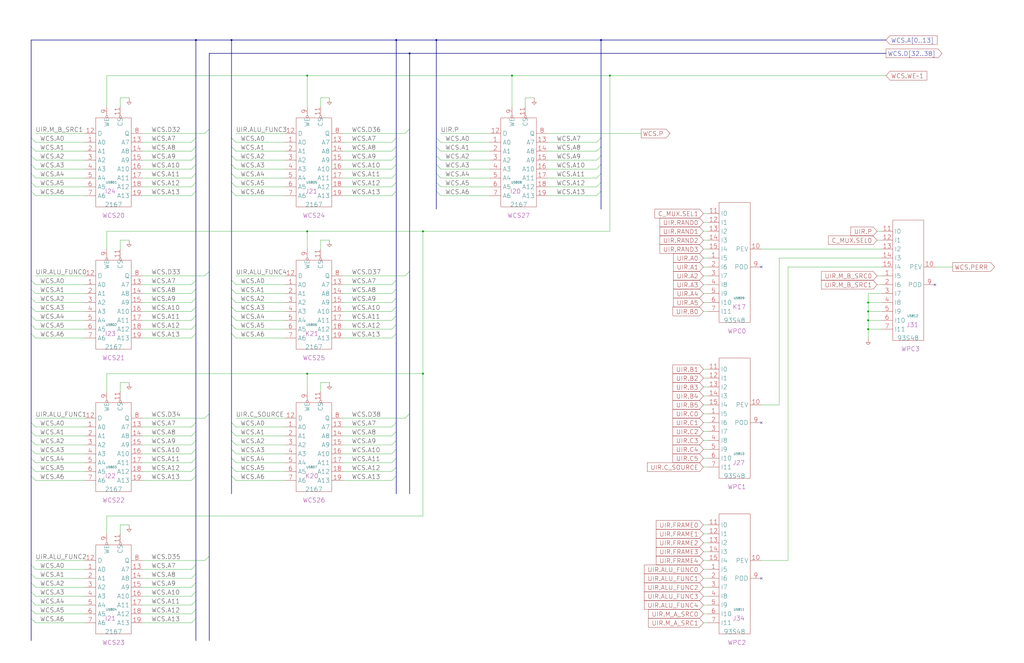
<source format=kicad_sch>
(kicad_sch (version 20220126) (generator eeschema)
  (paper "User" 584.2 378.46)
  (title_block (title "WRITABLE CONTROL STORE\\nWCS BITS 32 TO 38 AND PARITY") (date "22-MAR-90") (rev "1.0") (comment 1 "VALUE") (comment 2 "232-003063") (comment 3 "S400") (comment 4 "RELEASED"))
  (lib_symbols
    (symbol "r1000:2167" (pin_names (offset 1.016))
      (property "Reference" "U" (at 2.54 5.08 0))
      (property "Value" "2167" (at -1.27 -7.62 0))
      (property "Location" "___" (at -1.27 0 0))
      (property "Name" "______" (at 3.81 -15.24 0))
      (symbol "2167_1_1"
        (rectangle (start -6.35 41.91) (end 13.97 -8.89))
        (circle (center 0 42.545) (radius 0.635))
        (circle (center 7.62 42.545) (radius 0.635))
        (pin input line (at -12.7 27.94 0) (length 6.35) (name "A0") (number "1"))
        (pin input line (at 7.62 48.26 270) (length 5.08) (name "CS") (number "11"))
        (pin input line (at -12.7 33.02 0) (length 6.35) (name "D") (number "12"))
        (pin input line (at 20.32 27.94 180) (length 6.35) (name "A7") (number "13"))
        (pin input line (at 20.32 22.86 180) (length 6.35) (name "A8") (number "14"))
        (pin input line (at 20.32 17.78 180) (length 6.35) (name "A9") (number "15"))
        (pin input line (at 20.32 12.7 180) (length 6.35) (name "A10") (number "16"))
        (pin input line (at 20.32 7.62 180) (length 6.35) (name "A11") (number "17"))
        (pin input line (at 20.32 2.54 180) (length 6.35) (name "A12") (number "18"))
        (pin input line (at 20.32 -2.54 180) (length 6.35) (name "A13") (number "19"))
        (pin input line (at -12.7 22.86 0) (length 6.35) (name "A1") (number "2"))
        (pin input line (at -12.7 17.78 0) (length 6.35) (name "A2") (number "3"))
        (pin input line (at -12.7 12.7 0) (length 6.35) (name "A3") (number "4"))
        (pin input line (at -12.7 7.62 0) (length 6.35) (name "A4") (number "5"))
        (pin input line (at -12.7 2.54 0) (length 6.35) (name "A5") (number "6"))
        (pin input line (at -12.7 -2.54 0) (length 6.35) (name "A6") (number "7"))
        (pin tri_state line (at 20.32 33.02 180) (length 6.35) (name "Q") (number "8"))
        (pin input line (at 0 48.26 270) (length 5.08) (name "WE") (number "9"))
      )
    )
    (symbol "r1000:93S48" (pin_names (offset 1.016))
      (property "Reference" "U" (at 2.54 5.08 0))
      (property "Value" "93S48" (at -6.35 -7.62 0))
      (property "Location" "___" (at -1.27 0 0))
      (property "Name" "______" (at 1.27 -15.24 0))
      (symbol "93S48_1_1"
        (rectangle (start -8.89 59.69) (end 8.89 -8.89))
        (pin input line (at -15.24 27.94 0) (length 6.35) (name "I5") (number "1"))
        (pin output line (at 15.24 33.02 180) (length 6.35) (name "PEV") (number "10"))
        (pin input line (at -15.24 53.34 0) (length 6.35) (name "I0") (number "11"))
        (pin input line (at -15.24 48.26 0) (length 6.35) (name "I1") (number "12"))
        (pin input line (at -15.24 43.18 0) (length 6.35) (name "I2") (number "13"))
        (pin input line (at -15.24 38.1 0) (length 6.35) (name "I3") (number "14"))
        (pin input line (at -15.24 33.02 0) (length 6.35) (name "I4") (number "15"))
        (pin input line (at -15.24 22.86 0) (length 6.35) (name "I6") (number "2"))
        (pin input line (at -15.24 17.78 0) (length 6.35) (name "I7") (number "3"))
        (pin input line (at -15.24 12.7 0) (length 6.35) (name "I8") (number "4"))
        (pin input line (at -15.24 7.62 0) (length 6.35) (name "I9") (number "5"))
        (pin input line (at -15.24 2.54 0) (length 6.35) (name "I10") (number "6"))
        (pin input line (at -15.24 -2.54 0) (length 6.35) (name "I11") (number "7"))
        (pin output line (at 15.24 22.86 180) (length 6.35) (name "POD") (number "9"))
      )
    )
    (symbol "r1000:PD" (power) (pin_numbers hide) (pin_names hide) (in_bom no)
      (symbol "PD_0_1"
        (polyline (pts (xy 0 -2.54) (xy 1.27 -2.54) (xy 0 -3.81) (xy -1.27 -2.54) (xy 0 -2.54)) (stroke (width 0.1524)))
      )
      (symbol "PD_1_1"
        (pin power_in line (at 0 0 270) (length 2.54) (name "PD") (number "1"))
      )
    )
  )
  (bus (pts (xy 111.76 104.14) (xy 111.76 109.22)))
  (bus (pts (xy 111.76 109.22) (xy 111.76 160.02)))
  (bus (pts (xy 111.76 160.02) (xy 111.76 165.1)))
  (bus (pts (xy 111.76 165.1) (xy 111.76 170.18)))
  (bus (pts (xy 111.76 170.18) (xy 111.76 175.26)))
  (bus (pts (xy 111.76 175.26) (xy 111.76 180.34)))
  (bus (pts (xy 111.76 180.34) (xy 111.76 185.42)))
  (bus (pts (xy 111.76 185.42) (xy 111.76 190.5)))
  (bus (pts (xy 111.76 190.5) (xy 111.76 241.3)))
  (bus (pts (xy 111.76 22.86) (xy 111.76 78.74)))
  (bus (pts (xy 111.76 22.86) (xy 132.08 22.86)))
  (bus (pts (xy 111.76 241.3) (xy 111.76 246.38)))
  (bus (pts (xy 111.76 246.38) (xy 111.76 251.46)))
  (bus (pts (xy 111.76 251.46) (xy 111.76 256.54)))
  (bus (pts (xy 111.76 256.54) (xy 111.76 261.62)))
  (bus (pts (xy 111.76 261.62) (xy 111.76 266.7)))
  (bus (pts (xy 111.76 266.7) (xy 111.76 271.78)))
  (bus (pts (xy 111.76 271.78) (xy 111.76 322.58)))
  (bus (pts (xy 111.76 322.58) (xy 111.76 327.66)))
  (bus (pts (xy 111.76 327.66) (xy 111.76 332.74)))
  (bus (pts (xy 111.76 332.74) (xy 111.76 337.82)))
  (bus (pts (xy 111.76 337.82) (xy 111.76 342.9)))
  (bus (pts (xy 111.76 342.9) (xy 111.76 347.98)))
  (bus (pts (xy 111.76 347.98) (xy 111.76 353.06)))
  (bus (pts (xy 111.76 353.06) (xy 111.76 365.76)))
  (bus (pts (xy 111.76 78.74) (xy 111.76 83.82)))
  (bus (pts (xy 111.76 83.82) (xy 111.76 88.9)))
  (bus (pts (xy 111.76 88.9) (xy 111.76 93.98)))
  (bus (pts (xy 111.76 93.98) (xy 111.76 99.06)))
  (bus (pts (xy 111.76 99.06) (xy 111.76 104.14)))
  (bus (pts (xy 119.38 154.94) (xy 119.38 236.22)))
  (bus (pts (xy 119.38 236.22) (xy 119.38 317.5)))
  (bus (pts (xy 119.38 30.48) (xy 119.38 73.66)))
  (bus (pts (xy 119.38 30.48) (xy 233.68 30.48)))
  (bus (pts (xy 119.38 317.5) (xy 119.38 365.76)))
  (bus (pts (xy 119.38 73.66) (xy 119.38 154.94)))
  (bus (pts (xy 132.08 104.14) (xy 132.08 109.22)))
  (bus (pts (xy 132.08 109.22) (xy 132.08 160.02)))
  (bus (pts (xy 132.08 160.02) (xy 132.08 165.1)))
  (bus (pts (xy 132.08 165.1) (xy 132.08 170.18)))
  (bus (pts (xy 132.08 170.18) (xy 132.08 175.26)))
  (bus (pts (xy 132.08 175.26) (xy 132.08 180.34)))
  (bus (pts (xy 132.08 180.34) (xy 132.08 185.42)))
  (bus (pts (xy 132.08 185.42) (xy 132.08 190.5)))
  (bus (pts (xy 132.08 190.5) (xy 132.08 241.3)))
  (bus (pts (xy 132.08 22.86) (xy 132.08 78.74)))
  (bus (pts (xy 132.08 22.86) (xy 226.06 22.86)))
  (bus (pts (xy 132.08 241.3) (xy 132.08 246.38)))
  (bus (pts (xy 132.08 246.38) (xy 132.08 251.46)))
  (bus (pts (xy 132.08 251.46) (xy 132.08 256.54)))
  (bus (pts (xy 132.08 256.54) (xy 132.08 261.62)))
  (bus (pts (xy 132.08 261.62) (xy 132.08 266.7)))
  (bus (pts (xy 132.08 266.7) (xy 132.08 271.78)))
  (bus (pts (xy 132.08 271.78) (xy 132.08 281.94)))
  (bus (pts (xy 132.08 78.74) (xy 132.08 83.82)))
  (bus (pts (xy 132.08 83.82) (xy 132.08 88.9)))
  (bus (pts (xy 132.08 88.9) (xy 132.08 93.98)))
  (bus (pts (xy 132.08 93.98) (xy 132.08 99.06)))
  (bus (pts (xy 132.08 99.06) (xy 132.08 104.14)))
  (bus (pts (xy 17.78 104.14) (xy 17.78 109.22)))
  (bus (pts (xy 17.78 109.22) (xy 17.78 160.02)))
  (bus (pts (xy 17.78 160.02) (xy 17.78 165.1)))
  (bus (pts (xy 17.78 165.1) (xy 17.78 170.18)))
  (bus (pts (xy 17.78 170.18) (xy 17.78 175.26)))
  (bus (pts (xy 17.78 175.26) (xy 17.78 180.34)))
  (bus (pts (xy 17.78 180.34) (xy 17.78 185.42)))
  (bus (pts (xy 17.78 185.42) (xy 17.78 190.5)))
  (bus (pts (xy 17.78 190.5) (xy 17.78 241.3)))
  (bus (pts (xy 17.78 22.86) (xy 111.76 22.86)))
  (bus (pts (xy 17.78 22.86) (xy 17.78 78.74)))
  (bus (pts (xy 17.78 241.3) (xy 17.78 246.38)))
  (bus (pts (xy 17.78 246.38) (xy 17.78 251.46)))
  (bus (pts (xy 17.78 251.46) (xy 17.78 256.54)))
  (bus (pts (xy 17.78 256.54) (xy 17.78 261.62)))
  (bus (pts (xy 17.78 261.62) (xy 17.78 266.7)))
  (bus (pts (xy 17.78 266.7) (xy 17.78 271.78)))
  (bus (pts (xy 17.78 271.78) (xy 17.78 322.58)))
  (bus (pts (xy 17.78 322.58) (xy 17.78 327.66)))
  (bus (pts (xy 17.78 327.66) (xy 17.78 332.74)))
  (bus (pts (xy 17.78 332.74) (xy 17.78 337.82)))
  (bus (pts (xy 17.78 337.82) (xy 17.78 342.9)))
  (bus (pts (xy 17.78 342.9) (xy 17.78 347.98)))
  (bus (pts (xy 17.78 347.98) (xy 17.78 353.06)))
  (bus (pts (xy 17.78 353.06) (xy 17.78 365.76)))
  (bus (pts (xy 17.78 78.74) (xy 17.78 83.82)))
  (bus (pts (xy 17.78 83.82) (xy 17.78 88.9)))
  (bus (pts (xy 17.78 88.9) (xy 17.78 93.98)))
  (bus (pts (xy 17.78 93.98) (xy 17.78 99.06)))
  (bus (pts (xy 17.78 99.06) (xy 17.78 104.14)))
  (bus (pts (xy 226.06 104.14) (xy 226.06 109.22)))
  (bus (pts (xy 226.06 109.22) (xy 226.06 160.02)))
  (bus (pts (xy 226.06 160.02) (xy 226.06 165.1)))
  (bus (pts (xy 226.06 165.1) (xy 226.06 170.18)))
  (bus (pts (xy 226.06 170.18) (xy 226.06 175.26)))
  (bus (pts (xy 226.06 175.26) (xy 226.06 180.34)))
  (bus (pts (xy 226.06 180.34) (xy 226.06 185.42)))
  (bus (pts (xy 226.06 185.42) (xy 226.06 190.5)))
  (bus (pts (xy 226.06 190.5) (xy 226.06 241.3)))
  (bus (pts (xy 226.06 22.86) (xy 226.06 78.74)))
  (bus (pts (xy 226.06 22.86) (xy 248.92 22.86)))
  (bus (pts (xy 226.06 241.3) (xy 226.06 246.38)))
  (bus (pts (xy 226.06 246.38) (xy 226.06 251.46)))
  (bus (pts (xy 226.06 251.46) (xy 226.06 256.54)))
  (bus (pts (xy 226.06 256.54) (xy 226.06 261.62)))
  (bus (pts (xy 226.06 261.62) (xy 226.06 266.7)))
  (bus (pts (xy 226.06 266.7) (xy 226.06 271.78)))
  (bus (pts (xy 226.06 271.78) (xy 226.06 281.94)))
  (bus (pts (xy 226.06 78.74) (xy 226.06 83.82)))
  (bus (pts (xy 226.06 83.82) (xy 226.06 88.9)))
  (bus (pts (xy 226.06 88.9) (xy 226.06 93.98)))
  (bus (pts (xy 226.06 93.98) (xy 226.06 99.06)))
  (bus (pts (xy 226.06 99.06) (xy 226.06 104.14)))
  (bus (pts (xy 233.68 154.94) (xy 233.68 236.22)))
  (bus (pts (xy 233.68 236.22) (xy 233.68 281.94)))
  (bus (pts (xy 233.68 30.48) (xy 233.68 73.66)))
  (bus (pts (xy 233.68 30.48) (xy 505.46 30.48)))
  (bus (pts (xy 233.68 73.66) (xy 233.68 154.94)))
  (bus (pts (xy 248.92 104.14) (xy 248.92 109.22)))
  (bus (pts (xy 248.92 109.22) (xy 248.92 119.38)))
  (bus (pts (xy 248.92 22.86) (xy 248.92 78.74)))
  (bus (pts (xy 248.92 22.86) (xy 342.9 22.86)))
  (bus (pts (xy 248.92 78.74) (xy 248.92 83.82)))
  (bus (pts (xy 248.92 83.82) (xy 248.92 88.9)))
  (bus (pts (xy 248.92 88.9) (xy 248.92 93.98)))
  (bus (pts (xy 248.92 93.98) (xy 248.92 99.06)))
  (bus (pts (xy 248.92 99.06) (xy 248.92 104.14)))
  (bus (pts (xy 342.9 104.14) (xy 342.9 109.22)))
  (bus (pts (xy 342.9 109.22) (xy 342.9 119.38)))
  (bus (pts (xy 342.9 22.86) (xy 342.9 78.74)))
  (bus (pts (xy 342.9 22.86) (xy 505.46 22.86)))
  (bus (pts (xy 342.9 78.74) (xy 342.9 83.82)))
  (bus (pts (xy 342.9 83.82) (xy 342.9 88.9)))
  (bus (pts (xy 342.9 88.9) (xy 342.9 93.98)))
  (bus (pts (xy 342.9 93.98) (xy 342.9 99.06)))
  (bus (pts (xy 342.9 99.06) (xy 342.9 104.14)))
  (wire (pts (xy 134.62 101.6) (xy 162.56 101.6)))
  (wire (pts (xy 134.62 106.68) (xy 162.56 106.68)))
  (wire (pts (xy 134.62 111.76) (xy 162.56 111.76)))
  (wire (pts (xy 134.62 157.48) (xy 162.56 157.48)))
  (wire (pts (xy 134.62 162.56) (xy 162.56 162.56)))
  (wire (pts (xy 134.62 167.64) (xy 162.56 167.64)))
  (wire (pts (xy 134.62 172.72) (xy 162.56 172.72)))
  (wire (pts (xy 134.62 177.8) (xy 162.56 177.8)))
  (wire (pts (xy 134.62 182.88) (xy 162.56 182.88)))
  (wire (pts (xy 134.62 187.96) (xy 162.56 187.96)))
  (wire (pts (xy 134.62 193.04) (xy 162.56 193.04)))
  (wire (pts (xy 134.62 238.76) (xy 162.56 238.76)))
  (wire (pts (xy 134.62 243.84) (xy 162.56 243.84)))
  (wire (pts (xy 134.62 248.92) (xy 162.56 248.92)))
  (wire (pts (xy 134.62 254) (xy 162.56 254)))
  (wire (pts (xy 134.62 259.08) (xy 162.56 259.08)))
  (wire (pts (xy 134.62 264.16) (xy 162.56 264.16)))
  (wire (pts (xy 134.62 269.24) (xy 162.56 269.24)))
  (wire (pts (xy 134.62 274.32) (xy 162.56 274.32)))
  (wire (pts (xy 134.62 76.2) (xy 162.56 76.2)))
  (wire (pts (xy 134.62 81.28) (xy 162.56 81.28)))
  (wire (pts (xy 134.62 86.36) (xy 162.56 86.36)))
  (wire (pts (xy 134.62 91.44) (xy 162.56 91.44)))
  (wire (pts (xy 134.62 96.52) (xy 162.56 96.52)))
  (wire (pts (xy 175.26 132.08) (xy 175.26 142.24)))
  (wire (pts (xy 175.26 132.08) (xy 241.3 132.08)))
  (wire (pts (xy 175.26 213.36) (xy 175.26 223.52)))
  (wire (pts (xy 175.26 213.36) (xy 241.3 213.36)))
  (wire (pts (xy 175.26 43.18) (xy 175.26 60.96)))
  (wire (pts (xy 175.26 43.18) (xy 292.1 43.18)))
  (wire (pts (xy 182.88 137.16) (xy 182.88 142.24)))
  (wire (pts (xy 182.88 218.44) (xy 182.88 223.52)))
  (wire (pts (xy 182.88 55.88) (xy 182.88 60.96)))
  (wire (pts (xy 187.96 137.16) (xy 182.88 137.16)))
  (wire (pts (xy 187.96 218.44) (xy 182.88 218.44)))
  (wire (pts (xy 187.96 55.88) (xy 182.88 55.88)))
  (wire (pts (xy 195.58 101.6) (xy 223.52 101.6)))
  (wire (pts (xy 195.58 106.68) (xy 223.52 106.68)))
  (wire (pts (xy 195.58 111.76) (xy 223.52 111.76)))
  (wire (pts (xy 195.58 157.48) (xy 231.14 157.48)))
  (wire (pts (xy 195.58 162.56) (xy 223.52 162.56)))
  (wire (pts (xy 195.58 167.64) (xy 223.52 167.64)))
  (wire (pts (xy 195.58 172.72) (xy 223.52 172.72)))
  (wire (pts (xy 195.58 177.8) (xy 223.52 177.8)))
  (wire (pts (xy 195.58 182.88) (xy 223.52 182.88)))
  (wire (pts (xy 195.58 187.96) (xy 223.52 187.96)))
  (wire (pts (xy 195.58 193.04) (xy 223.52 193.04)))
  (wire (pts (xy 195.58 238.76) (xy 231.14 238.76)))
  (wire (pts (xy 195.58 243.84) (xy 223.52 243.84)))
  (wire (pts (xy 195.58 248.92) (xy 223.52 248.92)))
  (wire (pts (xy 195.58 254) (xy 223.52 254)))
  (wire (pts (xy 195.58 259.08) (xy 223.52 259.08)))
  (wire (pts (xy 195.58 264.16) (xy 223.52 264.16)))
  (wire (pts (xy 195.58 269.24) (xy 223.52 269.24)))
  (wire (pts (xy 195.58 274.32) (xy 223.52 274.32)))
  (wire (pts (xy 195.58 76.2) (xy 231.14 76.2)))
  (wire (pts (xy 195.58 81.28) (xy 223.52 81.28)))
  (wire (pts (xy 195.58 86.36) (xy 223.52 86.36)))
  (wire (pts (xy 195.58 91.44) (xy 223.52 91.44)))
  (wire (pts (xy 195.58 96.52) (xy 223.52 96.52)))
  (wire (pts (xy 20.32 101.6) (xy 48.26 101.6)))
  (wire (pts (xy 20.32 106.68) (xy 48.26 106.68)))
  (wire (pts (xy 20.32 111.76) (xy 48.26 111.76)))
  (wire (pts (xy 20.32 157.48) (xy 48.26 157.48)))
  (wire (pts (xy 20.32 162.56) (xy 48.26 162.56)))
  (wire (pts (xy 20.32 167.64) (xy 48.26 167.64)))
  (wire (pts (xy 20.32 172.72) (xy 48.26 172.72)))
  (wire (pts (xy 20.32 177.8) (xy 48.26 177.8)))
  (wire (pts (xy 20.32 182.88) (xy 48.26 182.88)))
  (wire (pts (xy 20.32 187.96) (xy 48.26 187.96)))
  (wire (pts (xy 20.32 193.04) (xy 48.26 193.04)))
  (wire (pts (xy 20.32 238.76) (xy 48.26 238.76)))
  (wire (pts (xy 20.32 243.84) (xy 48.26 243.84)))
  (wire (pts (xy 20.32 248.92) (xy 48.26 248.92)))
  (wire (pts (xy 20.32 254) (xy 48.26 254)))
  (wire (pts (xy 20.32 259.08) (xy 48.26 259.08)))
  (wire (pts (xy 20.32 264.16) (xy 48.26 264.16)))
  (wire (pts (xy 20.32 269.24) (xy 48.26 269.24)))
  (wire (pts (xy 20.32 274.32) (xy 48.26 274.32)))
  (wire (pts (xy 20.32 320.04) (xy 48.26 320.04)))
  (wire (pts (xy 20.32 325.12) (xy 48.26 325.12)))
  (wire (pts (xy 20.32 330.2) (xy 48.26 330.2)))
  (wire (pts (xy 20.32 335.28) (xy 48.26 335.28)))
  (wire (pts (xy 20.32 340.36) (xy 48.26 340.36)))
  (wire (pts (xy 20.32 345.44) (xy 48.26 345.44)))
  (wire (pts (xy 20.32 350.52) (xy 48.26 350.52)))
  (wire (pts (xy 20.32 355.6) (xy 48.26 355.6)))
  (wire (pts (xy 20.32 76.2) (xy 48.26 76.2)))
  (wire (pts (xy 20.32 81.28) (xy 48.26 81.28)))
  (wire (pts (xy 20.32 86.36) (xy 48.26 86.36)))
  (wire (pts (xy 20.32 91.44) (xy 48.26 91.44)))
  (wire (pts (xy 20.32 96.52) (xy 48.26 96.52)))
  (wire (pts (xy 241.3 132.08) (xy 347.98 132.08)))
  (wire (pts (xy 241.3 213.36) (xy 241.3 132.08)))
  (wire (pts (xy 241.3 294.64) (xy 241.3 213.36)))
  (wire (pts (xy 251.46 101.6) (xy 279.4 101.6)))
  (wire (pts (xy 251.46 106.68) (xy 279.4 106.68)))
  (wire (pts (xy 251.46 111.76) (xy 279.4 111.76)))
  (wire (pts (xy 251.46 76.2) (xy 279.4 76.2)))
  (wire (pts (xy 251.46 81.28) (xy 279.4 81.28)))
  (wire (pts (xy 251.46 86.36) (xy 279.4 86.36)))
  (wire (pts (xy 251.46 91.44) (xy 279.4 91.44)))
  (wire (pts (xy 251.46 96.52) (xy 279.4 96.52)))
  (wire (pts (xy 292.1 43.18) (xy 292.1 60.96)))
  (wire (pts (xy 292.1 43.18) (xy 347.98 43.18)))
  (wire (pts (xy 299.72 55.88) (xy 299.72 60.96)))
  (wire (pts (xy 304.8 55.88) (xy 299.72 55.88)))
  (wire (pts (xy 312.42 101.6) (xy 340.36 101.6)))
  (wire (pts (xy 312.42 106.68) (xy 340.36 106.68)))
  (wire (pts (xy 312.42 111.76) (xy 340.36 111.76)))
  (wire (pts (xy 312.42 76.2) (xy 365.76 76.2)))
  (wire (pts (xy 312.42 81.28) (xy 340.36 81.28)))
  (wire (pts (xy 312.42 86.36) (xy 340.36 86.36)))
  (wire (pts (xy 312.42 91.44) (xy 340.36 91.44)))
  (wire (pts (xy 312.42 96.52) (xy 340.36 96.52)))
  (wire (pts (xy 347.98 132.08) (xy 347.98 43.18)))
  (wire (pts (xy 347.98 43.18) (xy 505.46 43.18)))
  (wire (pts (xy 401.32 121.92) (xy 403.86 121.92)))
  (wire (pts (xy 401.32 127) (xy 403.86 127)))
  (wire (pts (xy 401.32 132.08) (xy 403.86 132.08)))
  (wire (pts (xy 401.32 137.16) (xy 403.86 137.16)))
  (wire (pts (xy 401.32 142.24) (xy 403.86 142.24)))
  (wire (pts (xy 401.32 147.32) (xy 403.86 147.32)))
  (wire (pts (xy 401.32 152.4) (xy 403.86 152.4)))
  (wire (pts (xy 401.32 157.48) (xy 403.86 157.48)))
  (wire (pts (xy 401.32 162.56) (xy 403.86 162.56)))
  (wire (pts (xy 401.32 167.64) (xy 403.86 167.64)))
  (wire (pts (xy 401.32 172.72) (xy 403.86 172.72)))
  (wire (pts (xy 401.32 177.8) (xy 403.86 177.8)))
  (wire (pts (xy 401.32 210.82) (xy 403.86 210.82)))
  (wire (pts (xy 401.32 215.9) (xy 403.86 215.9)))
  (wire (pts (xy 401.32 220.98) (xy 403.86 220.98)))
  (wire (pts (xy 401.32 226.06) (xy 403.86 226.06)))
  (wire (pts (xy 401.32 231.14) (xy 403.86 231.14)))
  (wire (pts (xy 401.32 236.22) (xy 403.86 236.22)))
  (wire (pts (xy 401.32 241.3) (xy 403.86 241.3)))
  (wire (pts (xy 401.32 246.38) (xy 403.86 246.38)))
  (wire (pts (xy 401.32 251.46) (xy 403.86 251.46)))
  (wire (pts (xy 401.32 256.54) (xy 403.86 256.54)))
  (wire (pts (xy 401.32 261.62) (xy 403.86 261.62)))
  (wire (pts (xy 401.32 266.7) (xy 403.86 266.7)))
  (wire (pts (xy 401.32 299.72) (xy 403.86 299.72)))
  (wire (pts (xy 401.32 304.8) (xy 403.86 304.8)))
  (wire (pts (xy 401.32 309.88) (xy 403.86 309.88)))
  (wire (pts (xy 401.32 314.96) (xy 403.86 314.96)))
  (wire (pts (xy 401.32 320.04) (xy 403.86 320.04)))
  (wire (pts (xy 401.32 325.12) (xy 403.86 325.12)))
  (wire (pts (xy 401.32 330.2) (xy 403.86 330.2)))
  (wire (pts (xy 401.32 335.28) (xy 403.86 335.28)))
  (wire (pts (xy 401.32 340.36) (xy 403.86 340.36)))
  (wire (pts (xy 401.32 345.44) (xy 403.86 345.44)))
  (wire (pts (xy 401.32 350.52) (xy 403.86 350.52)))
  (wire (pts (xy 401.32 355.6) (xy 403.86 355.6)))
  (wire (pts (xy 434.34 142.24) (xy 502.92 142.24)))
  (wire (pts (xy 434.34 231.14) (xy 444.5 231.14)))
  (wire (pts (xy 434.34 320.04) (xy 449.58 320.04)))
  (wire (pts (xy 444.5 147.32) (xy 502.92 147.32)))
  (wire (pts (xy 444.5 231.14) (xy 444.5 147.32)))
  (wire (pts (xy 449.58 152.4) (xy 449.58 320.04)))
  (wire (pts (xy 449.58 152.4) (xy 502.92 152.4)))
  (wire (pts (xy 495.3 167.64) (xy 495.3 172.72)))
  (wire (pts (xy 495.3 172.72) (xy 495.3 177.8)))
  (wire (pts (xy 495.3 172.72) (xy 502.92 172.72)))
  (wire (pts (xy 495.3 177.8) (xy 495.3 182.88)))
  (wire (pts (xy 495.3 177.8) (xy 502.92 177.8)))
  (wire (pts (xy 495.3 182.88) (xy 495.3 187.96)))
  (wire (pts (xy 495.3 182.88) (xy 502.92 182.88)))
  (wire (pts (xy 495.3 187.96) (xy 495.3 193.04)))
  (wire (pts (xy 495.3 187.96) (xy 502.92 187.96)))
  (wire (pts (xy 500.38 132.08) (xy 502.92 132.08)))
  (wire (pts (xy 500.38 137.16) (xy 502.92 137.16)))
  (wire (pts (xy 500.38 157.48) (xy 502.92 157.48)))
  (wire (pts (xy 500.38 162.56) (xy 502.92 162.56)))
  (wire (pts (xy 502.92 167.64) (xy 495.3 167.64)))
  (wire (pts (xy 533.4 152.4) (xy 543.56 152.4)))
  (wire (pts (xy 60.96 132.08) (xy 175.26 132.08)))
  (wire (pts (xy 60.96 132.08) (xy 60.96 142.24)))
  (wire (pts (xy 60.96 213.36) (xy 175.26 213.36)))
  (wire (pts (xy 60.96 213.36) (xy 60.96 223.52)))
  (wire (pts (xy 60.96 294.64) (xy 241.3 294.64)))
  (wire (pts (xy 60.96 294.64) (xy 60.96 304.8)))
  (wire (pts (xy 60.96 43.18) (xy 175.26 43.18)))
  (wire (pts (xy 60.96 43.18) (xy 60.96 60.96)))
  (wire (pts (xy 68.58 137.16) (xy 68.58 142.24)))
  (wire (pts (xy 68.58 218.44) (xy 68.58 223.52)))
  (wire (pts (xy 68.58 299.72) (xy 68.58 304.8)))
  (wire (pts (xy 68.58 55.88) (xy 68.58 60.96)))
  (wire (pts (xy 73.66 137.16) (xy 68.58 137.16)))
  (wire (pts (xy 73.66 218.44) (xy 68.58 218.44)))
  (wire (pts (xy 73.66 299.72) (xy 68.58 299.72)))
  (wire (pts (xy 73.66 55.88) (xy 68.58 55.88)))
  (wire (pts (xy 81.28 101.6) (xy 109.22 101.6)))
  (wire (pts (xy 81.28 106.68) (xy 109.22 106.68)))
  (wire (pts (xy 81.28 111.76) (xy 109.22 111.76)))
  (wire (pts (xy 81.28 157.48) (xy 116.84 157.48)))
  (wire (pts (xy 81.28 162.56) (xy 109.22 162.56)))
  (wire (pts (xy 81.28 167.64) (xy 109.22 167.64)))
  (wire (pts (xy 81.28 172.72) (xy 109.22 172.72)))
  (wire (pts (xy 81.28 177.8) (xy 109.22 177.8)))
  (wire (pts (xy 81.28 182.88) (xy 109.22 182.88)))
  (wire (pts (xy 81.28 187.96) (xy 109.22 187.96)))
  (wire (pts (xy 81.28 193.04) (xy 109.22 193.04)))
  (wire (pts (xy 81.28 238.76) (xy 116.84 238.76)))
  (wire (pts (xy 81.28 243.84) (xy 109.22 243.84)))
  (wire (pts (xy 81.28 248.92) (xy 109.22 248.92)))
  (wire (pts (xy 81.28 254) (xy 109.22 254)))
  (wire (pts (xy 81.28 259.08) (xy 109.22 259.08)))
  (wire (pts (xy 81.28 264.16) (xy 109.22 264.16)))
  (wire (pts (xy 81.28 269.24) (xy 109.22 269.24)))
  (wire (pts (xy 81.28 274.32) (xy 109.22 274.32)))
  (wire (pts (xy 81.28 320.04) (xy 116.84 320.04)))
  (wire (pts (xy 81.28 325.12) (xy 109.22 325.12)))
  (wire (pts (xy 81.28 330.2) (xy 109.22 330.2)))
  (wire (pts (xy 81.28 335.28) (xy 109.22 335.28)))
  (wire (pts (xy 81.28 340.36) (xy 109.22 340.36)))
  (wire (pts (xy 81.28 345.44) (xy 109.22 345.44)))
  (wire (pts (xy 81.28 350.52) (xy 109.22 350.52)))
  (wire (pts (xy 81.28 355.6) (xy 109.22 355.6)))
  (wire (pts (xy 81.28 76.2) (xy 116.84 76.2)))
  (wire (pts (xy 81.28 81.28) (xy 109.22 81.28)))
  (wire (pts (xy 81.28 86.36) (xy 109.22 86.36)))
  (wire (pts (xy 81.28 91.44) (xy 109.22 91.44)))
  (wire (pts (xy 81.28 96.52) (xy 109.22 96.52)))
  (bus_entry (at 17.78 78.74) (size 2.54 2.54))
  (bus_entry (at 17.78 83.82) (size 2.54 2.54))
  (bus_entry (at 17.78 88.9) (size 2.54 2.54))
  (bus_entry (at 17.78 93.98) (size 2.54 2.54))
  (bus_entry (at 17.78 99.06) (size 2.54 2.54))
  (bus_entry (at 17.78 104.14) (size 2.54 2.54))
  (bus_entry (at 17.78 109.22) (size 2.54 2.54))
  (bus_entry (at 17.78 160.02) (size 2.54 2.54))
  (bus_entry (at 17.78 165.1) (size 2.54 2.54))
  (bus_entry (at 17.78 170.18) (size 2.54 2.54))
  (bus_entry (at 17.78 175.26) (size 2.54 2.54))
  (bus_entry (at 17.78 180.34) (size 2.54 2.54))
  (bus_entry (at 17.78 185.42) (size 2.54 2.54))
  (bus_entry (at 17.78 190.5) (size 2.54 2.54))
  (bus_entry (at 17.78 241.3) (size 2.54 2.54))
  (bus_entry (at 17.78 246.38) (size 2.54 2.54))
  (bus_entry (at 17.78 251.46) (size 2.54 2.54))
  (bus_entry (at 17.78 256.54) (size 2.54 2.54))
  (bus_entry (at 17.78 261.62) (size 2.54 2.54))
  (bus_entry (at 17.78 266.7) (size 2.54 2.54))
  (bus_entry (at 17.78 271.78) (size 2.54 2.54))
  (bus_entry (at 17.78 322.58) (size 2.54 2.54))
  (bus_entry (at 17.78 327.66) (size 2.54 2.54))
  (bus_entry (at 17.78 332.74) (size 2.54 2.54))
  (bus_entry (at 17.78 337.82) (size 2.54 2.54))
  (bus_entry (at 17.78 342.9) (size 2.54 2.54))
  (bus_entry (at 17.78 347.98) (size 2.54 2.54))
  (bus_entry (at 17.78 353.06) (size 2.54 2.54))
  (label "UIR.M_B_SRC1" (at 20.32 76.2 0) (effects (font (size 2.54 2.54))))
  (label "UIR.ALU_FUNC0" (at 20.32 157.48 0) (effects (font (size 2.54 2.54))))
  (label "UIR.ALU_FUNC1" (at 20.32 238.76 0) (effects (font (size 2.54 2.54))))
  (label "UIR.ALU_FUNC2" (at 20.32 320.04 0) (effects (font (size 2.54 2.54))))
  (label "WCS.A0" (at 22.86 81.28 0) (effects (font (size 2.54 2.54))))
  (label "WCS.A1" (at 22.86 86.36 0) (effects (font (size 2.54 2.54))))
  (label "WCS.A2" (at 22.86 91.44 0) (effects (font (size 2.54 2.54))))
  (label "WCS.A3" (at 22.86 96.52 0) (effects (font (size 2.54 2.54))))
  (label "WCS.A4" (at 22.86 101.6 0) (effects (font (size 2.54 2.54))))
  (label "WCS.A5" (at 22.86 106.68 0) (effects (font (size 2.54 2.54))))
  (label "WCS.A6" (at 22.86 111.76 0) (effects (font (size 2.54 2.54))))
  (label "WCS.A0" (at 22.86 162.56 0) (effects (font (size 2.54 2.54))))
  (label "WCS.A1" (at 22.86 167.64 0) (effects (font (size 2.54 2.54))))
  (label "WCS.A2" (at 22.86 172.72 0) (effects (font (size 2.54 2.54))))
  (label "WCS.A3" (at 22.86 177.8 0) (effects (font (size 2.54 2.54))))
  (label "WCS.A4" (at 22.86 182.88 0) (effects (font (size 2.54 2.54))))
  (label "WCS.A5" (at 22.86 187.96 0) (effects (font (size 2.54 2.54))))
  (label "WCS.A6" (at 22.86 193.04 0) (effects (font (size 2.54 2.54))))
  (label "WCS.A0" (at 22.86 243.84 0) (effects (font (size 2.54 2.54))))
  (label "WCS.A1" (at 22.86 248.92 0) (effects (font (size 2.54 2.54))))
  (label "WCS.A2" (at 22.86 254 0) (effects (font (size 2.54 2.54))))
  (label "WCS.A3" (at 22.86 259.08 0) (effects (font (size 2.54 2.54))))
  (label "WCS.A4" (at 22.86 264.16 0) (effects (font (size 2.54 2.54))))
  (label "WCS.A5" (at 22.86 269.24 0) (effects (font (size 2.54 2.54))))
  (label "WCS.A6" (at 22.86 274.32 0) (effects (font (size 2.54 2.54))))
  (label "WCS.A0" (at 22.86 325.12 0) (effects (font (size 2.54 2.54))))
  (label "WCS.A1" (at 22.86 330.2 0) (effects (font (size 2.54 2.54))))
  (label "WCS.A2" (at 22.86 335.28 0) (effects (font (size 2.54 2.54))))
  (label "WCS.A3" (at 22.86 340.36 0) (effects (font (size 2.54 2.54))))
  (label "WCS.A4" (at 22.86 345.44 0) (effects (font (size 2.54 2.54))))
  (label "WCS.A5" (at 22.86 350.52 0) (effects (font (size 2.54 2.54))))
  (label "WCS.A6" (at 22.86 355.6 0) (effects (font (size 2.54 2.54))))
  (symbol (lib_id "r1000:2167") (at 60.96 109.22 0) (unit 1)
    (property "Reference" "U5801" (at 63.5 104.14 0))
    (property "Value" "2167" (at 59.69 116.84 0) (effects (font (size 2.54 2.54)) (justify left)))
    (property "Location" "I24" (at 59.69 109.22 0) (effects (font (size 2.54 2.54)) (justify left)))
    (property "Name" "WCS20" (at 64.77 124.46 0) (effects (font (size 2.54 2.54)) (justify bottom)))
  )
  (symbol (lib_id "r1000:2167") (at 60.96 190.5 0) (unit 1)
    (property "Reference" "U5802" (at 63.5 185.42 0))
    (property "Value" "2167" (at 59.69 198.12 0) (effects (font (size 2.54 2.54)) (justify left)))
    (property "Location" "I23" (at 59.69 190.5 0) (effects (font (size 2.54 2.54)) (justify left)))
    (property "Name" "WCS21" (at 64.77 205.74 0) (effects (font (size 2.54 2.54)) (justify bottom)))
  )
  (symbol (lib_id "r1000:2167") (at 60.96 271.78 0) (unit 1)
    (property "Reference" "U5803" (at 63.5 266.7 0))
    (property "Value" "2167" (at 59.69 279.4 0) (effects (font (size 2.54 2.54)) (justify left)))
    (property "Location" "I22" (at 59.69 271.78 0) (effects (font (size 2.54 2.54)) (justify left)))
    (property "Name" "WCS22" (at 64.77 287.02 0) (effects (font (size 2.54 2.54)) (justify bottom)))
  )
  (symbol (lib_id "r1000:2167") (at 60.96 353.06 0) (unit 1)
    (property "Reference" "U5804" (at 63.5 347.98 0))
    (property "Value" "2167" (at 59.69 360.68 0) (effects (font (size 2.54 2.54)) (justify left)))
    (property "Location" "I21" (at 59.69 353.06 0) (effects (font (size 2.54 2.54)) (justify left)))
    (property "Name" "WCS23" (at 64.77 368.3 0) (effects (font (size 2.54 2.54)) (justify bottom)))
  )
  (symbol (lib_id "r1000:PD") (at 73.66 55.88 0) (unit 1) (in_bom no)
    (property "Reference" "#PWR05801" (effects hide))
    (property "Value" "PD" (effects hide))
  )
  (symbol (lib_id "r1000:PD") (at 73.66 137.16 0) (unit 1) (in_bom no)
    (property "Reference" "#PWR05802" (effects hide))
    (property "Value" "PD" (effects hide))
  )
  (symbol (lib_id "r1000:PD") (at 73.66 218.44 0) (unit 1) (in_bom no)
    (property "Reference" "#PWR05803" (effects hide))
    (property "Value" "PD" (effects hide))
  )
  (symbol (lib_id "r1000:PD") (at 73.66 299.72 0) (unit 1) (in_bom no)
    (property "Reference" "#PWR05804" (effects hide))
    (property "Value" "PD" (effects hide))
  )
  (label "WCS.D32" (at 86.36 76.2 0) (effects (font (size 2.54 2.54))))
  (label "WCS.A7" (at 86.36 81.28 0) (effects (font (size 2.54 2.54))))
  (label "WCS.A8" (at 86.36 86.36 0) (effects (font (size 2.54 2.54))))
  (label "WCS.A9" (at 86.36 91.44 0) (effects (font (size 2.54 2.54))))
  (label "WCS.A10" (at 86.36 96.52 0) (effects (font (size 2.54 2.54))))
  (label "WCS.A11" (at 86.36 101.6 0) (effects (font (size 2.54 2.54))))
  (label "WCS.A12" (at 86.36 106.68 0) (effects (font (size 2.54 2.54))))
  (label "WCS.A13" (at 86.36 111.76 0) (effects (font (size 2.54 2.54))))
  (label "WCS.D33" (at 86.36 157.48 0) (effects (font (size 2.54 2.54))))
  (label "WCS.A7" (at 86.36 162.56 0) (effects (font (size 2.54 2.54))))
  (label "WCS.A8" (at 86.36 167.64 0) (effects (font (size 2.54 2.54))))
  (label "WCS.A9" (at 86.36 172.72 0) (effects (font (size 2.54 2.54))))
  (label "WCS.A10" (at 86.36 177.8 0) (effects (font (size 2.54 2.54))))
  (label "WCS.A11" (at 86.36 182.88 0) (effects (font (size 2.54 2.54))))
  (label "WCS.A12" (at 86.36 187.96 0) (effects (font (size 2.54 2.54))))
  (label "WCS.A13" (at 86.36 193.04 0) (effects (font (size 2.54 2.54))))
  (label "WCS.D34" (at 86.36 238.76 0) (effects (font (size 2.54 2.54))))
  (label "WCS.A7" (at 86.36 243.84 0) (effects (font (size 2.54 2.54))))
  (label "WCS.A8" (at 86.36 248.92 0) (effects (font (size 2.54 2.54))))
  (label "WCS.A9" (at 86.36 254 0) (effects (font (size 2.54 2.54))))
  (label "WCS.A10" (at 86.36 259.08 0) (effects (font (size 2.54 2.54))))
  (label "WCS.A11" (at 86.36 264.16 0) (effects (font (size 2.54 2.54))))
  (label "WCS.A12" (at 86.36 269.24 0) (effects (font (size 2.54 2.54))))
  (label "WCS.A13" (at 86.36 274.32 0) (effects (font (size 2.54 2.54))))
  (label "WCS.D35" (at 86.36 320.04 0) (effects (font (size 2.54 2.54))))
  (label "WCS.A7" (at 86.36 325.12 0) (effects (font (size 2.54 2.54))))
  (label "WCS.A8" (at 86.36 330.2 0) (effects (font (size 2.54 2.54))))
  (label "WCS.A9" (at 86.36 335.28 0) (effects (font (size 2.54 2.54))))
  (label "WCS.A10" (at 86.36 340.36 0) (effects (font (size 2.54 2.54))))
  (label "WCS.A11" (at 86.36 345.44 0) (effects (font (size 2.54 2.54))))
  (label "WCS.A12" (at 86.36 350.52 0) (effects (font (size 2.54 2.54))))
  (label "WCS.A13" (at 86.36 355.6 0) (effects (font (size 2.54 2.54))))
  (junction (at 111.76 22.86))
  (bus_entry (at 111.76 78.74) (size -2.54 2.54))
  (bus_entry (at 111.76 83.82) (size -2.54 2.54))
  (bus_entry (at 111.76 88.9) (size -2.54 2.54))
  (bus_entry (at 111.76 93.98) (size -2.54 2.54))
  (bus_entry (at 111.76 99.06) (size -2.54 2.54))
  (bus_entry (at 111.76 104.14) (size -2.54 2.54))
  (bus_entry (at 111.76 109.22) (size -2.54 2.54))
  (bus_entry (at 111.76 160.02) (size -2.54 2.54))
  (bus_entry (at 111.76 165.1) (size -2.54 2.54))
  (bus_entry (at 111.76 170.18) (size -2.54 2.54))
  (bus_entry (at 111.76 175.26) (size -2.54 2.54))
  (bus_entry (at 111.76 180.34) (size -2.54 2.54))
  (bus_entry (at 111.76 185.42) (size -2.54 2.54))
  (bus_entry (at 111.76 190.5) (size -2.54 2.54))
  (bus_entry (at 111.76 241.3) (size -2.54 2.54))
  (bus_entry (at 111.76 246.38) (size -2.54 2.54))
  (bus_entry (at 111.76 251.46) (size -2.54 2.54))
  (bus_entry (at 111.76 256.54) (size -2.54 2.54))
  (bus_entry (at 111.76 261.62) (size -2.54 2.54))
  (bus_entry (at 111.76 266.7) (size -2.54 2.54))
  (bus_entry (at 111.76 271.78) (size -2.54 2.54))
  (bus_entry (at 111.76 322.58) (size -2.54 2.54))
  (bus_entry (at 111.76 327.66) (size -2.54 2.54))
  (bus_entry (at 111.76 332.74) (size -2.54 2.54))
  (bus_entry (at 111.76 337.82) (size -2.54 2.54))
  (bus_entry (at 111.76 342.9) (size -2.54 2.54))
  (bus_entry (at 111.76 347.98) (size -2.54 2.54))
  (bus_entry (at 111.76 353.06) (size -2.54 2.54))
  (bus_entry (at 119.38 73.66) (size -2.54 2.54))
  (bus_entry (at 119.38 154.94) (size -2.54 2.54))
  (bus_entry (at 119.38 236.22) (size -2.54 2.54))
  (bus_entry (at 119.38 317.5) (size -2.54 2.54))
  (junction (at 132.08 22.86))
  (bus_entry (at 132.08 78.74) (size 2.54 2.54))
  (bus_entry (at 132.08 83.82) (size 2.54 2.54))
  (bus_entry (at 132.08 88.9) (size 2.54 2.54))
  (bus_entry (at 132.08 93.98) (size 2.54 2.54))
  (bus_entry (at 132.08 99.06) (size 2.54 2.54))
  (bus_entry (at 132.08 104.14) (size 2.54 2.54))
  (bus_entry (at 132.08 109.22) (size 2.54 2.54))
  (bus_entry (at 132.08 160.02) (size 2.54 2.54))
  (bus_entry (at 132.08 165.1) (size 2.54 2.54))
  (bus_entry (at 132.08 170.18) (size 2.54 2.54))
  (bus_entry (at 132.08 175.26) (size 2.54 2.54))
  (bus_entry (at 132.08 180.34) (size 2.54 2.54))
  (bus_entry (at 132.08 185.42) (size 2.54 2.54))
  (bus_entry (at 132.08 190.5) (size 2.54 2.54))
  (bus_entry (at 132.08 241.3) (size 2.54 2.54))
  (bus_entry (at 132.08 246.38) (size 2.54 2.54))
  (bus_entry (at 132.08 251.46) (size 2.54 2.54))
  (bus_entry (at 132.08 256.54) (size 2.54 2.54))
  (bus_entry (at 132.08 261.62) (size 2.54 2.54))
  (bus_entry (at 132.08 266.7) (size 2.54 2.54))
  (bus_entry (at 132.08 271.78) (size 2.54 2.54))
  (label "UIR.ALU_FUNC3" (at 134.62 76.2 0) (effects (font (size 2.54 2.54))))
  (label "UIR.ALU_FUNC4" (at 134.62 157.48 0) (effects (font (size 2.54 2.54))))
  (label "UIR.C_SOURCE" (at 134.62 238.76 0) (effects (font (size 2.54 2.54))))
  (label "WCS.A0" (at 137.16 81.28 0) (effects (font (size 2.54 2.54))))
  (label "WCS.A1" (at 137.16 86.36 0) (effects (font (size 2.54 2.54))))
  (label "WCS.A2" (at 137.16 91.44 0) (effects (font (size 2.54 2.54))))
  (label "WCS.A3" (at 137.16 96.52 0) (effects (font (size 2.54 2.54))))
  (label "WCS.A4" (at 137.16 101.6 0) (effects (font (size 2.54 2.54))))
  (label "WCS.A5" (at 137.16 106.68 0) (effects (font (size 2.54 2.54))))
  (label "WCS.A6" (at 137.16 111.76 0) (effects (font (size 2.54 2.54))))
  (label "WCS.A0" (at 137.16 162.56 0) (effects (font (size 2.54 2.54))))
  (label "WCS.A1" (at 137.16 167.64 0) (effects (font (size 2.54 2.54))))
  (label "WCS.A2" (at 137.16 172.72 0) (effects (font (size 2.54 2.54))))
  (label "WCS.A3" (at 137.16 177.8 0) (effects (font (size 2.54 2.54))))
  (label "WCS.A4" (at 137.16 182.88 0) (effects (font (size 2.54 2.54))))
  (label "WCS.A5" (at 137.16 187.96 0) (effects (font (size 2.54 2.54))))
  (label "WCS.A6" (at 137.16 193.04 0) (effects (font (size 2.54 2.54))))
  (label "WCS.A0" (at 137.16 243.84 0) (effects (font (size 2.54 2.54))))
  (label "WCS.A1" (at 137.16 248.92 0) (effects (font (size 2.54 2.54))))
  (label "WCS.A2" (at 137.16 254 0) (effects (font (size 2.54 2.54))))
  (label "WCS.A3" (at 137.16 259.08 0) (effects (font (size 2.54 2.54))))
  (label "WCS.A4" (at 137.16 264.16 0) (effects (font (size 2.54 2.54))))
  (label "WCS.A5" (at 137.16 269.24 0) (effects (font (size 2.54 2.54))))
  (label "WCS.A6" (at 137.16 274.32 0) (effects (font (size 2.54 2.54))))
  (junction (at 175.26 43.18))
  (symbol (lib_id "r1000:2167") (at 175.26 109.22 0) (unit 1)
    (property "Reference" "U5805" (at 177.8 104.14 0))
    (property "Value" "2167" (at 173.99 116.84 0) (effects (font (size 2.54 2.54)) (justify left)))
    (property "Location" "J21" (at 173.99 109.22 0) (effects (font (size 2.54 2.54)) (justify left)))
    (property "Name" "WCS24" (at 179.07 124.46 0) (effects (font (size 2.54 2.54)) (justify bottom)))
  )
  (junction (at 175.26 132.08))
  (symbol (lib_id "r1000:2167") (at 175.26 190.5 0) (unit 1)
    (property "Reference" "U5806" (at 177.8 185.42 0))
    (property "Value" "2167" (at 173.99 198.12 0) (effects (font (size 2.54 2.54)) (justify left)))
    (property "Location" "K21" (at 173.99 190.5 0) (effects (font (size 2.54 2.54)) (justify left)))
    (property "Name" "WCS25" (at 179.07 205.74 0) (effects (font (size 2.54 2.54)) (justify bottom)))
  )
  (junction (at 175.26 213.36))
  (symbol (lib_id "r1000:2167") (at 175.26 271.78 0) (unit 1)
    (property "Reference" "U5807" (at 177.8 266.7 0))
    (property "Value" "2167" (at 173.99 279.4 0) (effects (font (size 2.54 2.54)) (justify left)))
    (property "Location" "K20" (at 173.99 271.78 0) (effects (font (size 2.54 2.54)) (justify left)))
    (property "Name" "WCS26" (at 179.07 287.02 0) (effects (font (size 2.54 2.54)) (justify bottom)))
  )
  (symbol (lib_id "r1000:PD") (at 187.96 55.88 0) (unit 1) (in_bom no)
    (property "Reference" "#PWR05805" (effects hide))
    (property "Value" "PD" (effects hide))
  )
  (symbol (lib_id "r1000:PD") (at 187.96 137.16 0) (unit 1) (in_bom no)
    (property "Reference" "#PWR05806" (effects hide))
    (property "Value" "PD" (effects hide))
  )
  (symbol (lib_id "r1000:PD") (at 187.96 218.44 0) (unit 1) (in_bom no)
    (property "Reference" "#PWR05807" (effects hide))
    (property "Value" "PD" (effects hide))
  )
  (label "WCS.D36" (at 200.66 76.2 0) (effects (font (size 2.54 2.54))))
  (label "WCS.A7" (at 200.66 81.28 0) (effects (font (size 2.54 2.54))))
  (label "WCS.A8" (at 200.66 86.36 0) (effects (font (size 2.54 2.54))))
  (label "WCS.A9" (at 200.66 91.44 0) (effects (font (size 2.54 2.54))))
  (label "WCS.A10" (at 200.66 96.52 0) (effects (font (size 2.54 2.54))))
  (label "WCS.A11" (at 200.66 101.6 0) (effects (font (size 2.54 2.54))))
  (label "WCS.A12" (at 200.66 106.68 0) (effects (font (size 2.54 2.54))))
  (label "WCS.A13" (at 200.66 111.76 0) (effects (font (size 2.54 2.54))))
  (label "WCS.D37" (at 200.66 157.48 0) (effects (font (size 2.54 2.54))))
  (label "WCS.A7" (at 200.66 162.56 0) (effects (font (size 2.54 2.54))))
  (label "WCS.A8" (at 200.66 167.64 0) (effects (font (size 2.54 2.54))))
  (label "WCS.A9" (at 200.66 172.72 0) (effects (font (size 2.54 2.54))))
  (label "WCS.A10" (at 200.66 177.8 0) (effects (font (size 2.54 2.54))))
  (label "WCS.A11" (at 200.66 182.88 0) (effects (font (size 2.54 2.54))))
  (label "WCS.A12" (at 200.66 187.96 0) (effects (font (size 2.54 2.54))))
  (label "WCS.A13" (at 200.66 193.04 0) (effects (font (size 2.54 2.54))))
  (label "WCS.D38" (at 200.66 238.76 0) (effects (font (size 2.54 2.54))))
  (label "WCS.A7" (at 200.66 243.84 0) (effects (font (size 2.54 2.54))))
  (label "WCS.A8" (at 200.66 248.92 0) (effects (font (size 2.54 2.54))))
  (label "WCS.A9" (at 200.66 254 0) (effects (font (size 2.54 2.54))))
  (label "WCS.A10" (at 200.66 259.08 0) (effects (font (size 2.54 2.54))))
  (label "WCS.A11" (at 200.66 264.16 0) (effects (font (size 2.54 2.54))))
  (label "WCS.A12" (at 200.66 269.24 0) (effects (font (size 2.54 2.54))))
  (label "WCS.A13" (at 200.66 274.32 0) (effects (font (size 2.54 2.54))))
  (junction (at 226.06 22.86))
  (bus_entry (at 226.06 78.74) (size -2.54 2.54))
  (bus_entry (at 226.06 83.82) (size -2.54 2.54))
  (bus_entry (at 226.06 88.9) (size -2.54 2.54))
  (bus_entry (at 226.06 93.98) (size -2.54 2.54))
  (bus_entry (at 226.06 99.06) (size -2.54 2.54))
  (bus_entry (at 226.06 104.14) (size -2.54 2.54))
  (bus_entry (at 226.06 109.22) (size -2.54 2.54))
  (bus_entry (at 226.06 160.02) (size -2.54 2.54))
  (bus_entry (at 226.06 165.1) (size -2.54 2.54))
  (bus_entry (at 226.06 170.18) (size -2.54 2.54))
  (bus_entry (at 226.06 175.26) (size -2.54 2.54))
  (bus_entry (at 226.06 180.34) (size -2.54 2.54))
  (bus_entry (at 226.06 185.42) (size -2.54 2.54))
  (bus_entry (at 226.06 190.5) (size -2.54 2.54))
  (bus_entry (at 226.06 241.3) (size -2.54 2.54))
  (bus_entry (at 226.06 246.38) (size -2.54 2.54))
  (bus_entry (at 226.06 251.46) (size -2.54 2.54))
  (bus_entry (at 226.06 256.54) (size -2.54 2.54))
  (bus_entry (at 226.06 261.62) (size -2.54 2.54))
  (bus_entry (at 226.06 266.7) (size -2.54 2.54))
  (bus_entry (at 226.06 271.78) (size -2.54 2.54))
  (junction (at 233.68 30.48))
  (bus_entry (at 233.68 73.66) (size -2.54 2.54))
  (bus_entry (at 233.68 154.94) (size -2.54 2.54))
  (bus_entry (at 233.68 236.22) (size -2.54 2.54))
  (junction (at 241.3 132.08))
  (junction (at 241.3 213.36))
  (junction (at 248.92 22.86))
  (bus_entry (at 248.92 78.74) (size 2.54 2.54))
  (bus_entry (at 248.92 83.82) (size 2.54 2.54))
  (bus_entry (at 248.92 88.9) (size 2.54 2.54))
  (bus_entry (at 248.92 93.98) (size 2.54 2.54))
  (bus_entry (at 248.92 99.06) (size 2.54 2.54))
  (bus_entry (at 248.92 104.14) (size 2.54 2.54))
  (bus_entry (at 248.92 109.22) (size 2.54 2.54))
  (label "UIR.P" (at 251.46 76.2 0) (effects (font (size 2.54 2.54))))
  (label "WCS.A0" (at 254 81.28 0) (effects (font (size 2.54 2.54))))
  (label "WCS.A1" (at 254 86.36 0) (effects (font (size 2.54 2.54))))
  (label "WCS.A2" (at 254 91.44 0) (effects (font (size 2.54 2.54))))
  (label "WCS.A3" (at 254 96.52 0) (effects (font (size 2.54 2.54))))
  (label "WCS.A4" (at 254 101.6 0) (effects (font (size 2.54 2.54))))
  (label "WCS.A5" (at 254 106.68 0) (effects (font (size 2.54 2.54))))
  (label "WCS.A6" (at 254 111.76 0) (effects (font (size 2.54 2.54))))
  (junction (at 292.1 43.18))
  (symbol (lib_id "r1000:2167") (at 292.1 109.22 0) (unit 1)
    (property "Reference" "U5808" (at 294.64 104.14 0))
    (property "Value" "2167" (at 290.83 116.84 0) (effects (font (size 2.54 2.54)) (justify left)))
    (property "Location" "I20" (at 290.83 109.22 0) (effects (font (size 2.54 2.54)) (justify left)))
    (property "Name" "WCS27" (at 295.91 124.46 0) (effects (font (size 2.54 2.54)) (justify bottom)))
  )
  (symbol (lib_id "r1000:PD") (at 304.8 55.88 0) (unit 1) (in_bom no)
    (property "Reference" "#PWR05808" (effects hide))
    (property "Value" "PD" (effects hide))
  )
  (label "WCS.A7" (at 317.5 81.28 0) (effects (font (size 2.54 2.54))))
  (label "WCS.A8" (at 317.5 86.36 0) (effects (font (size 2.54 2.54))))
  (label "WCS.A9" (at 317.5 91.44 0) (effects (font (size 2.54 2.54))))
  (label "WCS.A10" (at 317.5 96.52 0) (effects (font (size 2.54 2.54))))
  (label "WCS.A11" (at 317.5 101.6 0) (effects (font (size 2.54 2.54))))
  (label "WCS.A12" (at 317.5 106.68 0) (effects (font (size 2.54 2.54))))
  (label "WCS.A13" (at 317.5 111.76 0) (effects (font (size 2.54 2.54))))
  (junction (at 342.9 22.86))
  (bus_entry (at 342.9 78.74) (size -2.54 2.54))
  (bus_entry (at 342.9 83.82) (size -2.54 2.54))
  (bus_entry (at 342.9 88.9) (size -2.54 2.54))
  (bus_entry (at 342.9 93.98) (size -2.54 2.54))
  (bus_entry (at 342.9 99.06) (size -2.54 2.54))
  (bus_entry (at 342.9 104.14) (size -2.54 2.54))
  (bus_entry (at 342.9 109.22) (size -2.54 2.54))
  (junction (at 347.98 43.18))
  (global_label "WCS.P" (shape output) (at 365.76 76.2 0) (effects (font (size 2.54 2.54))) (property "Intersheet References" "${INTERSHEET_REFS}" (at 382.1974 76.0413 0) (effects (font (size 1.905 1.905)) (justify left))))
  (global_label "C_MUX.SEL1" (shape input) (at 401.32 121.92 180) (effects (font (size 2.54 2.54))) (property "Intersheet References" "${INTERSHEET_REFS}" (at 373.634 121.7613 0) (effects (font (size 1.905 1.905)) (justify right))))
  (global_label "UIR.RAND0" (shape input) (at 401.32 127 180) (effects (font (size 2.54 2.54))) (property "Intersheet References" "${INTERSHEET_REFS}" (at 376.5369 126.8413 0) (effects (font (size 1.905 1.905)) (justify right))))
  (global_label "UIR.RAND1" (shape input) (at 401.32 132.08 180) (effects (font (size 2.54 2.54))) (property "Intersheet References" "${INTERSHEET_REFS}" (at 376.5369 131.9213 0) (effects (font (size 1.905 1.905)) (justify right))))
  (global_label "UIR.RAND2" (shape input) (at 401.32 137.16 180) (effects (font (size 2.54 2.54))) (property "Intersheet References" "${INTERSHEET_REFS}" (at 376.5369 137.0013 0) (effects (font (size 1.905 1.905)) (justify right))))
  (global_label "UIR.RAND3" (shape input) (at 401.32 142.24 180) (effects (font (size 2.54 2.54))) (property "Intersheet References" "${INTERSHEET_REFS}" (at 376.5369 142.0813 0) (effects (font (size 1.905 1.905)) (justify right))))
  (global_label "UIR.A0" (shape input) (at 401.32 147.32 180) (effects (font (size 2.54 2.54))) (property "Intersheet References" "${INTERSHEET_REFS}" (at 384.2778 147.1613 0) (effects (font (size 1.905 1.905)) (justify right))))
  (global_label "UIR.A1" (shape input) (at 401.32 152.4 180) (effects (font (size 2.54 2.54))) (property "Intersheet References" "${INTERSHEET_REFS}" (at 384.2778 152.2413 0) (effects (font (size 1.905 1.905)) (justify right))))
  (global_label "UIR.A2" (shape input) (at 401.32 157.48 180) (effects (font (size 2.54 2.54))) (property "Intersheet References" "${INTERSHEET_REFS}" (at 384.2778 157.3213 0) (effects (font (size 1.905 1.905)) (justify right))))
  (global_label "UIR.A3" (shape input) (at 401.32 162.56 180) (effects (font (size 2.54 2.54))) (property "Intersheet References" "${INTERSHEET_REFS}" (at 384.2778 162.4013 0) (effects (font (size 1.905 1.905)) (justify right))))
  (global_label "UIR.A4" (shape input) (at 401.32 167.64 180) (effects (font (size 2.54 2.54))) (property "Intersheet References" "${INTERSHEET_REFS}" (at 384.2778 167.4813 0) (effects (font (size 1.905 1.905)) (justify right))))
  (global_label "UIR.A5" (shape input) (at 401.32 172.72 180) (effects (font (size 2.54 2.54))) (property "Intersheet References" "${INTERSHEET_REFS}" (at 384.2778 172.5613 0) (effects (font (size 1.905 1.905)) (justify right))))
  (global_label "UIR.B0" (shape input) (at 401.32 177.8 180) (effects (font (size 2.54 2.54))) (property "Intersheet References" "${INTERSHEET_REFS}" (at 383.915 177.6413 0) (effects (font (size 1.905 1.905)) (justify right))))
  (global_label "UIR.B1" (shape input) (at 401.32 210.82 180) (effects (font (size 2.54 2.54))) (property "Intersheet References" "${INTERSHEET_REFS}" (at 383.915 210.6613 0) (effects (font (size 1.905 1.905)) (justify right))))
  (global_label "UIR.B2" (shape input) (at 401.32 215.9 180) (effects (font (size 2.54 2.54))) (property "Intersheet References" "${INTERSHEET_REFS}" (at 383.915 215.7413 0) (effects (font (size 1.905 1.905)) (justify right))))
  (global_label "UIR.B3" (shape input) (at 401.32 220.98 180) (effects (font (size 2.54 2.54))) (property "Intersheet References" "${INTERSHEET_REFS}" (at 383.915 220.8213 0) (effects (font (size 1.905 1.905)) (justify right))))
  (global_label "UIR.B4" (shape input) (at 401.32 226.06 180) (effects (font (size 2.54 2.54))) (property "Intersheet References" "${INTERSHEET_REFS}" (at 383.915 225.9013 0) (effects (font (size 1.905 1.905)) (justify right))))
  (global_label "UIR.B5" (shape input) (at 401.32 231.14 180) (effects (font (size 2.54 2.54))) (property "Intersheet References" "${INTERSHEET_REFS}" (at 383.915 230.9813 0) (effects (font (size 1.905 1.905)) (justify right))))
  (global_label "UIR.C0" (shape input) (at 401.32 236.22 180) (effects (font (size 2.54 2.54))) (property "Intersheet References" "${INTERSHEET_REFS}" (at 383.915 236.0613 0) (effects (font (size 1.905 1.905)) (justify right))))
  (global_label "UIR.C1" (shape input) (at 401.32 241.3 180) (effects (font (size 2.54 2.54))) (property "Intersheet References" "${INTERSHEET_REFS}" (at 383.915 241.1413 0) (effects (font (size 1.905 1.905)) (justify right))))
  (global_label "UIR.C2" (shape input) (at 401.32 246.38 180) (effects (font (size 2.54 2.54))) (property "Intersheet References" "${INTERSHEET_REFS}" (at 383.915 246.2213 0) (effects (font (size 1.905 1.905)) (justify right))))
  (global_label "UIR.C3" (shape input) (at 401.32 251.46 180) (effects (font (size 2.54 2.54))) (property "Intersheet References" "${INTERSHEET_REFS}" (at 383.915 251.3013 0) (effects (font (size 1.905 1.905)) (justify right))))
  (global_label "UIR.C4" (shape input) (at 401.32 256.54 180) (effects (font (size 2.54 2.54))) (property "Intersheet References" "${INTERSHEET_REFS}" (at 383.915 256.3813 0) (effects (font (size 1.905 1.905)) (justify right))))
  (global_label "UIR.C5" (shape input) (at 401.32 261.62 180) (effects (font (size 2.54 2.54))) (property "Intersheet References" "${INTERSHEET_REFS}" (at 383.915 261.4613 0) (effects (font (size 1.905 1.905)) (justify right))))
  (global_label "UIR.C_SOURCE" (shape input) (at 401.32 266.7 180) (effects (font (size 2.54 2.54))) (property "Intersheet References" "${INTERSHEET_REFS}" (at 369.2797 266.5413 0) (effects (font (size 1.905 1.905)) (justify right))))
  (global_label "UIR.FRAME0" (shape input) (at 401.32 299.72 180) (effects (font (size 2.54 2.54))) (property "Intersheet References" "${INTERSHEET_REFS}" (at 374.3597 299.5613 0) (effects (font (size 1.905 1.905)) (justify right))))
  (global_label "UIR.FRAME1" (shape input) (at 401.32 304.8 180) (effects (font (size 2.54 2.54))) (property "Intersheet References" "${INTERSHEET_REFS}" (at 374.3597 304.6413 0) (effects (font (size 1.905 1.905)) (justify right))))
  (global_label "UIR.FRAME2" (shape input) (at 401.32 309.88 180) (effects (font (size 2.54 2.54))) (property "Intersheet References" "${INTERSHEET_REFS}" (at 374.3597 309.7213 0) (effects (font (size 1.905 1.905)) (justify right))))
  (global_label "UIR.FRAME3" (shape input) (at 401.32 314.96 180) (effects (font (size 2.54 2.54))) (property "Intersheet References" "${INTERSHEET_REFS}" (at 374.3597 314.8013 0) (effects (font (size 1.905 1.905)) (justify right))))
  (global_label "UIR.FRAME4" (shape input) (at 401.32 320.04 180) (effects (font (size 2.54 2.54))) (property "Intersheet References" "${INTERSHEET_REFS}" (at 374.3597 319.8813 0) (effects (font (size 1.905 1.905)) (justify right))))
  (global_label "UIR.ALU_FUNC0" (shape input) (at 401.32 325.12 180) (effects (font (size 2.54 2.54))) (property "Intersheet References" "${INTERSHEET_REFS}" (at 367.5864 324.9613 0) (effects (font (size 1.905 1.905)) (justify right))))
  (global_label "UIR.ALU_FUNC1" (shape input) (at 401.32 330.2 180) (effects (font (size 2.54 2.54))) (property "Intersheet References" "${INTERSHEET_REFS}" (at 367.5864 330.0413 0) (effects (font (size 1.905 1.905)) (justify right))))
  (global_label "UIR.ALU_FUNC2" (shape input) (at 401.32 335.28 180) (effects (font (size 2.54 2.54))) (property "Intersheet References" "${INTERSHEET_REFS}" (at 367.5864 335.1213 0) (effects (font (size 1.905 1.905)) (justify right))))
  (global_label "UIR.ALU_FUNC3" (shape input) (at 401.32 340.36 180) (effects (font (size 2.54 2.54))) (property "Intersheet References" "${INTERSHEET_REFS}" (at 367.5864 340.2013 0) (effects (font (size 1.905 1.905)) (justify right))))
  (global_label "UIR.ALU_FUNC4" (shape input) (at 401.32 345.44 180) (effects (font (size 2.54 2.54))) (property "Intersheet References" "${INTERSHEET_REFS}" (at 367.5864 345.2813 0) (effects (font (size 1.905 1.905)) (justify right))))
  (global_label "UIR.M_A_SRC0" (shape input) (at 401.32 350.52 180) (effects (font (size 2.54 2.54))) (property "Intersheet References" "${INTERSHEET_REFS}" (at 370.0054 350.3613 0) (effects (font (size 1.905 1.905)) (justify right))))
  (global_label "UIR.M_A_SRC1" (shape input) (at 401.32 355.6 180) (effects (font (size 2.54 2.54))) (property "Intersheet References" "${INTERSHEET_REFS}" (at 370.0054 355.4413 0) (effects (font (size 1.905 1.905)) (justify right))))
  (symbol (lib_id "r1000:93S48") (at 419.1 175.26 0) (unit 1)
    (property "Reference" "U5809" (at 421.64 170.18 0))
    (property "Value" "93S48" (at 412.75 182.88 0) (effects (font (size 2.54 2.54)) (justify left)))
    (property "Location" "K17" (at 417.83 175.26 0) (effects (font (size 2.54 2.54)) (justify left)))
    (property "Name" "WPC0" (at 420.37 190.5 0) (effects (font (size 2.54 2.54)) (justify bottom)))
  )
  (symbol (lib_id "r1000:93S48") (at 419.1 264.16 0) (unit 1)
    (property "Reference" "U5810" (at 421.64 259.08 0))
    (property "Value" "93S48" (at 412.75 271.78 0) (effects (font (size 2.54 2.54)) (justify left)))
    (property "Location" "J27" (at 417.83 264.16 0) (effects (font (size 2.54 2.54)) (justify left)))
    (property "Name" "WPC1" (at 420.37 279.4 0) (effects (font (size 2.54 2.54)) (justify bottom)))
  )
  (symbol (lib_id "r1000:93S48") (at 419.1 353.06 0) (unit 1)
    (property "Reference" "U5811" (at 421.64 347.98 0))
    (property "Value" "93S48" (at 412.75 360.68 0) (effects (font (size 2.54 2.54)) (justify left)))
    (property "Location" "J34" (at 417.83 353.06 0) (effects (font (size 2.54 2.54)) (justify left)))
    (property "Name" "WPC2" (at 420.37 368.3 0) (effects (font (size 2.54 2.54)) (justify bottom)))
  )
  (no_connect (at 434.34 152.4))
  (no_connect (at 434.34 241.3))
  (no_connect (at 434.34 330.2))
  (junction (at 495.3 172.72))
  (junction (at 495.3 177.8))
  (junction (at 495.3 182.88))
  (junction (at 495.3 187.96))
  (symbol (lib_id "r1000:PD") (at 495.3 193.04 0) (unit 1) (in_bom no)
    (property "Reference" "#PWR0111" (effects hide))
    (property "Value" "PD" (effects hide))
  )
  (global_label "UIR.P" (shape input) (at 500.38 132.08 180) (effects (font (size 2.54 2.54))) (property "Intersheet References" "${INTERSHEET_REFS}" (at 485.394 131.9213 0) (effects (font (size 1.905 1.905)) (justify right))))
  (global_label "C_MUX.SEL0" (shape input) (at 500.38 137.16 180) (effects (font (size 2.54 2.54))) (property "Intersheet References" "${INTERSHEET_REFS}" (at 472.694 137.0013 0) (effects (font (size 1.905 1.905)) (justify right))))
  (global_label "UIR.M_B_SRC0" (shape input) (at 500.38 157.48 180) (effects (font (size 2.54 2.54))) (property "Intersheet References" "${INTERSHEET_REFS}" (at 468.7026 157.3213 0) (effects (font (size 1.905 1.905)) (justify right))))
  (global_label "UIR.M_B_SRC1" (shape input) (at 500.38 162.56 180) (effects (font (size 2.54 2.54))) (property "Intersheet References" "${INTERSHEET_REFS}" (at 468.7026 162.4013 0) (effects (font (size 1.905 1.905)) (justify right))))
  (global_label "WCS.A[0..13]" (shape input) (at 505.46 22.86 0) (effects (font (size 2.54 2.54))) (property "Intersheet References" "${INTERSHEET_REFS}" (at 540.766 22.7013 0) (effects (font (size 1.905 1.905)) (justify left))))
  (global_label "WCS.D[32..38]" (shape output) (at 505.46 30.48 0) (effects (font (size 2.54 2.54))) (property "Intersheet References" "${INTERSHEET_REFS}" (at 537.3793 30.3213 0) (effects (font (size 1.905 1.905)) (justify left))))
  (global_label "WCS.WE~1" (shape input) (at 505.46 43.18 0) (effects (font (size 2.54 2.54))) (property "Intersheet References" "${INTERSHEET_REFS}" (at 528.7917 43.0213 0) (effects (font (size 1.905 1.905)) (justify left))))
  (symbol (lib_id "r1000:93S48") (at 518.16 185.42 0) (unit 1)
    (property "Reference" "U5812" (at 520.7 180.34 0))
    (property "Value" "93S48" (at 511.81 193.04 0) (effects (font (size 2.54 2.54)) (justify left)))
    (property "Location" "J31" (at 516.89 185.42 0) (effects (font (size 2.54 2.54)) (justify left)))
    (property "Name" "WPC3" (at 519.43 200.66 0) (effects (font (size 2.54 2.54)) (justify bottom)))
  )
  (no_connect (at 533.4 162.56))
  (global_label "WCS.PERR" (shape output) (at 543.56 152.4 0) (effects (font (size 2.54 2.54))) (property "Intersheet References" "${INTERSHEET_REFS}" (at 567.3755 152.2413 0) (effects (font (size 1.905 1.905)) (justify left))))
)
</source>
